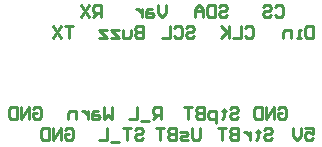
<source format=gbo>
G04*
G04 #@! TF.GenerationSoftware,Altium Limited,Altium Designer,21.3.2 (30)*
G04*
G04 Layer_Color=32896*
%FSTAX44Y44*%
%MOMM*%
G71*
G04*
G04 #@! TF.SameCoordinates,BAFF9CCB-06E3-4415-8BD8-540CAB7B7E79*
G04*
G04*
G04 #@! TF.FilePolarity,Positive*
G04*
G01*
G75*
%ADD10C,0.2540*%
D10*
X00821269Y00099904D02*
X00822962Y00101597D01*
X00826347D01*
X0082804Y00099904D01*
Y00093133D01*
X00826347Y0009144D01*
X00822962D01*
X00821269Y00093133D01*
X00817883Y00101597D02*
Y0009144D01*
X00811112D01*
X00807727Y00101597D02*
Y0009144D01*
Y00094826D01*
X00800955Y00101597D01*
X00806034Y00096518D01*
X00800955Y0009144D01*
X0087884Y00101597D02*
Y0009144D01*
X00873762D01*
X00872069Y00093133D01*
Y00099904D01*
X00873762Y00101597D01*
X0087884D01*
X00868683Y0009144D02*
X00865298D01*
X00866991D01*
Y00098211D01*
X00868683D01*
X00860219Y0009144D02*
Y00098211D01*
X00855141D01*
X00853448Y00096518D01*
Y0009144D01*
X0075438Y00119377D02*
Y00112606D01*
X00750994Y0010922D01*
X00747609Y00112606D01*
Y00119377D01*
X00742531Y00115991D02*
X00739145D01*
X00737452Y00114298D01*
Y0010922D01*
X00742531D01*
X00744223Y00110913D01*
X00742531Y00112606D01*
X00737452D01*
X00734067Y00115991D02*
Y0010922D01*
Y00112606D01*
X00732374Y00114298D01*
X00730681Y00115991D01*
X00728988D01*
X00799679Y00117684D02*
X00801372Y00119377D01*
X00804757D01*
X0080645Y00117684D01*
Y00115991D01*
X00804757Y00114298D01*
X00801372D01*
X00799679Y00112606D01*
Y00110913D01*
X00801372Y0010922D01*
X00804757D01*
X0080645Y00110913D01*
X00796293Y00119377D02*
Y0010922D01*
X00791215D01*
X00789522Y00110913D01*
Y00117684D01*
X00791215Y00119377D01*
X00796293D01*
X00786137Y0010922D02*
Y00115991D01*
X00782751Y00119377D01*
X00779365Y00115991D01*
Y0010922D01*
Y00114298D01*
X00786137D01*
X00846669Y00117684D02*
X00848362Y00119377D01*
X00851747D01*
X0085344Y00117684D01*
Y00110913D01*
X00851747Y0010922D01*
X00848362D01*
X00846669Y00110913D01*
X00836512Y00117684D02*
X00838205Y00119377D01*
X0084159D01*
X00843283Y00117684D01*
Y00115991D01*
X0084159Y00114298D01*
X00838205D01*
X00836512Y00112606D01*
Y00110913D01*
X00838205Y0010922D01*
X0084159D01*
X00843283Y00110913D01*
X00771739Y00099904D02*
X00773432Y00101597D01*
X00776817D01*
X0077851Y00099904D01*
Y00098211D01*
X00776817Y00096518D01*
X00773432D01*
X00771739Y00094826D01*
Y00093133D01*
X00773432Y0009144D01*
X00776817D01*
X0077851Y00093133D01*
X00761582Y00099904D02*
X00763275Y00101597D01*
X00766661D01*
X00768353Y00099904D01*
Y00093133D01*
X00766661Y0009144D01*
X00763275D01*
X00761582Y00093133D01*
X00758197Y00101597D02*
Y0009144D01*
X00751425D01*
X0067564Y00101597D02*
X00668869D01*
X00672254D01*
Y0009144D01*
X00665483Y00101597D02*
X00658712Y0009144D01*
Y00101597D02*
X00665483Y0009144D01*
X0069977Y0010922D02*
Y00119377D01*
X00694692D01*
X00692999Y00117684D01*
Y00114298D01*
X00694692Y00112606D01*
X0069977D01*
X00696384D02*
X00692999Y0010922D01*
X00689613Y00119377D02*
X00682842Y0010922D01*
Y00119377D02*
X00689613Y0010922D01*
X0073533Y00101597D02*
Y0009144D01*
X00730252D01*
X00728559Y00093133D01*
Y00094826D01*
X00730252Y00096518D01*
X0073533D01*
X00730252D01*
X00728559Y00098211D01*
Y00099904D01*
X00730252Y00101597D01*
X0073533D01*
X00725173Y00098211D02*
Y00093133D01*
X00723481Y0009144D01*
X00718402D01*
Y00098211D01*
X00715017D02*
X00708245D01*
X00715017Y0009144D01*
X00708245D01*
X0070486Y00098211D02*
X00698089D01*
X0070486Y0009144D01*
X00698089D01*
X00728559Y00013544D02*
X00730252Y00015237D01*
X00733637D01*
X0073533Y00013544D01*
Y00011851D01*
X00733637Y00010158D01*
X00730252D01*
X00728559Y00008466D01*
Y00006773D01*
X00730252Y0000508D01*
X00733637D01*
X0073533Y00006773D01*
X00725173Y00015237D02*
X00718402D01*
X00721788D01*
Y0000508D01*
X00715017Y00003387D02*
X00708245D01*
X0070486Y00015237D02*
Y0000508D01*
X00698089D01*
X0070866Y00032592D02*
Y00022436D01*
X00705274Y00025821D01*
X00701889Y00022436D01*
Y00032592D01*
X00696811Y00029207D02*
X00693425D01*
X00691732Y00027514D01*
Y00022436D01*
X00696811D01*
X00698503Y00024128D01*
X00696811Y00025821D01*
X00691732D01*
X00688347Y00029207D02*
Y00022436D01*
Y00025821D01*
X00686654Y00027514D01*
X00684961Y00029207D01*
X00683268D01*
X0067819Y00022436D02*
Y00029207D01*
X00673111D01*
X00671419Y00027514D01*
Y00022436D01*
X00668869Y00013544D02*
X00670562Y00015237D01*
X00673947D01*
X0067564Y00013544D01*
Y00006773D01*
X00673947Y0000508D01*
X00670562D01*
X00668869Y00006773D01*
Y00010158D01*
X00672254D01*
X00665483Y0000508D02*
Y00015237D01*
X00658712Y0000508D01*
Y00015237D01*
X00655327D02*
Y0000508D01*
X00650248D01*
X00648555Y00006773D01*
Y00013544D01*
X00650248Y00015237D01*
X00655327D01*
X00642199Y000309D02*
X00643892Y00032592D01*
X00647277D01*
X0064897Y000309D01*
Y00024128D01*
X00647277Y00022436D01*
X00643892D01*
X00642199Y00024128D01*
Y00027514D01*
X00645584D01*
X00638813Y00022436D02*
Y00032592D01*
X00632042Y00022436D01*
Y00032592D01*
X00628657D02*
Y00022436D01*
X00623578D01*
X00621885Y00024128D01*
Y000309D01*
X00623578Y00032592D01*
X00628657D01*
X0078359Y00015237D02*
Y00006773D01*
X00781897Y0000508D01*
X00778512D01*
X00776819Y00006773D01*
Y00015237D01*
X00773433Y0000508D02*
X00768355D01*
X00766662Y00006773D01*
X00768355Y00008466D01*
X0077174D01*
X00773433Y00010158D01*
X0077174Y00011851D01*
X00766662D01*
X00763277Y00015237D02*
Y0000508D01*
X00758198D01*
X00756505Y00006773D01*
Y00008466D01*
X00758198Y00010158D01*
X00763277D01*
X00758198D01*
X00756505Y00011851D01*
Y00013544D01*
X00758198Y00015237D01*
X00763277D01*
X0075312D02*
X00746349D01*
X00749734D01*
Y0000508D01*
X00849209Y000309D02*
X00850902Y00032592D01*
X00854287D01*
X0085598Y000309D01*
Y00024128D01*
X00854287Y00022436D01*
X00850902D01*
X00849209Y00024128D01*
Y00027514D01*
X00852594D01*
X00845823Y00022436D02*
Y00032592D01*
X00839052Y00022436D01*
Y00032592D01*
X00835667D02*
Y00022436D01*
X00830588D01*
X00828895Y00024128D01*
Y000309D01*
X00830588Y00032592D01*
X00835667D01*
X00808569Y000309D02*
X00810262Y00032592D01*
X00813647D01*
X0081534Y000309D01*
Y00029207D01*
X00813647Y00027514D01*
X00810262D01*
X00808569Y00025821D01*
Y00024128D01*
X00810262Y00022436D01*
X00813647D01*
X0081534Y00024128D01*
X00803491Y000309D02*
Y00029207D01*
X00805183D01*
X00801798D01*
X00803491D01*
Y00024128D01*
X00801798Y00022436D01*
X00796719Y0001905D02*
Y00029207D01*
X00791641D01*
X00789948Y00027514D01*
Y00024128D01*
X00791641Y00022436D01*
X00796719D01*
X00786563Y00032592D02*
Y00022436D01*
X00781484D01*
X00779791Y00024128D01*
Y00025821D01*
X00781484Y00027514D01*
X00786563D01*
X00781484D01*
X00779791Y00029207D01*
Y000309D01*
X00781484Y00032592D01*
X00786563D01*
X00776406D02*
X00769635D01*
X0077302D01*
Y00022436D01*
X0075057D02*
Y00032592D01*
X00745492D01*
X00743799Y000309D01*
Y00027514D01*
X00745492Y00025821D01*
X0075057D01*
X00747184D02*
X00743799Y00022436D01*
X00740413Y00020743D02*
X00733642D01*
X00730257Y00032592D02*
Y00022436D01*
X00723485D01*
X00872069Y00015237D02*
X0087884D01*
Y00010158D01*
X00875454Y00011851D01*
X00873762D01*
X00872069Y00010158D01*
Y00006773D01*
X00873762Y0000508D01*
X00877147D01*
X0087884Y00006773D01*
X00868683Y00015237D02*
Y00008466D01*
X00865298Y0000508D01*
X00861912Y00008466D01*
Y00015237D01*
X00837779Y00013544D02*
X00839472Y00015237D01*
X00842857D01*
X0084455Y00013544D01*
Y00011851D01*
X00842857Y00010158D01*
X00839472D01*
X00837779Y00008466D01*
Y00006773D01*
X00839472Y0000508D01*
X00842857D01*
X0084455Y00006773D01*
X00832701Y00013544D02*
Y00011851D01*
X00834393D01*
X00831008D01*
X00832701D01*
Y00006773D01*
X00831008Y0000508D01*
X00825929Y00011851D02*
Y0000508D01*
Y00008466D01*
X00824237Y00010158D01*
X00822544Y00011851D01*
X00820851D01*
X00815773Y00015237D02*
Y0000508D01*
X00810694D01*
X00809001Y00006773D01*
Y00008466D01*
X00810694Y00010158D01*
X00815773D01*
X00810694D01*
X00809001Y00011851D01*
Y00013544D01*
X00810694Y00015237D01*
X00815773D01*
X00805616D02*
X00798845D01*
X0080223D01*
Y0000508D01*
M02*

</source>
